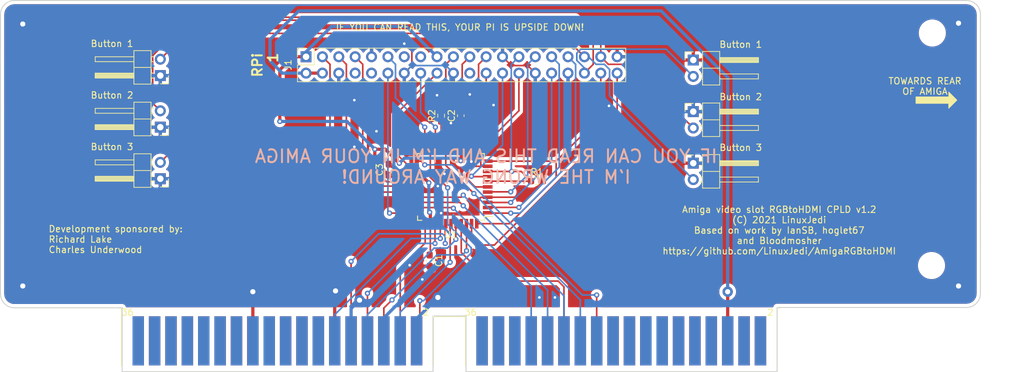
<source format=kicad_pcb>
(kicad_pcb (version 20171130) (host pcbnew 5.1.9-2.fc34)
  (layers (0 F.Cu signal) (31 B.Cu signal) (34 B.Paste user) (35 F.Paste user) (36 B.SilkS user) (37 F.SilkS user) (38 B.Mask user) (39 F.Mask user) (44 Edge.Cuts user))
  (net 0 "")
  (net 1 GND)
  (net 2 +3V3)
  (net 3 /B0)
  (net 4 /R3)
  (net 5 /R2)
  (net 6 /R1)
  (net 7 /R0)
  (net 8 /G3)
  (net 9 /G2)
  (net 10 /G1)
  (net 11 /G0)
  (net 12 /B3)
  (net 13 /B2)
  (net 14 /B1)
  (net 15 "Net-(JVideoSlot1-Pad1)")
  (net 16 "Net-(JVideoSlot1-Pad3)")
  (net 17 "Net-(JVideoSlot1-Pad5)")
  (net 18 "Net-(JVideoSlot1-Pad7)")
  (net 19 "Net-(JVideoSlot1-Pad9)")
  (net 20 "Net-(JVideoSlot1-Pad11)")
  (net 21 "Net-(JVideoSlot1-Pad13)")
  (net 22 "Net-(JVideoSlot1-Pad15)")
  (net 23 "Net-(JVideoSlot1-Pad17)")
  (net 24 "Net-(JVideoSlot1-Pad19)")
  (net 25 "Net-(JVideoSlot1-Pad21)")
  (net 26 "Net-(JVideoSlot1-Pad31)")
  (net 27 "Net-(JVideoSlot1-Pad33)")
  (net 28 "Net-(JVideoSlot1-Pad35)")
  (net 29 "Net-(JVideoSlot1-Pad2)")
  (net 30 "Net-(JVideoSlot1-Pad4)")
  (net 31 "Net-(JVideoSlot1-Pad8)")
  (net 32 "Net-(JVideoSlot1-Pad10)")
  (net 33 "Net-(JVideoSlot1-Pad12)")
  (net 34 "Net-(JVideoSlot1-Pad16)")
  (net 35 "Net-(JVideoSlot1-Pad18)")
  (net 36 "Net-(JVideoSlot1-Pad20)")
  (net 37 "Net-(JVideoSlot1-Pad24)")
  (net 38 "Net-(JVideoSlot1-Pad28)")
  (net 39 "Net-(JVideoSlot1-Pad30)")
  (net 40 "Net-(JVideoSlot1-Pad32)")
  (net 41 "Net-(JVideoSlot1-Pad36)")
  (net 42 "Net-(JVideoSlot1-Pad49)")
  (net 43 "Net-(JVideoSlot1-Pad55)")
  (net 44 "Net-(JVideoSlot1-Pad57)")
  (net 45 "Net-(JVideoSlot1-Pad59)")
  (net 46 "Net-(JVideoSlot1-Pad61)")
  (net 47 "Net-(JVideoSlot1-Pad63)")
  (net 48 "Net-(JVideoSlot1-Pad65)")
  (net 49 "Net-(JVideoSlot1-Pad67)")
  (net 50 "Net-(JVideoSlot1-Pad69)")
  (net 51 "Net-(JVideoSlot1-Pad71)")
  (net 52 "Net-(JVideoSlot1-Pad50)")
  (net 53 "Net-(JVideoSlot1-Pad52)")
  (net 54 "Net-(JVideoSlot1-Pad54)")
  (net 55 "Net-(JVideoSlot1-Pad56)")
  (net 56 "Net-(JVideoSlot1-Pad60)")
  (net 57 "Net-(JVideoSlot1-Pad62)")
  (net 58 "Net-(JVideoSlot1-Pad64)")
  (net 59 "Net-(JVideoSlot1-Pad66)")
  (net 60 "Net-(JVideoSlot1-Pad68)")
  (net 61 "Net-(JVideoSlot1-Pad70)")
  (net 62 "Net-(JVideoSlot1-Pad72)")
  (net 63 /GPIO21)
  (net 64 /GPIO20)
  (net 65 /GPIO26)
  (net 66 /GPIO16)
  (net 67 /GPIO19)
  (net 68 /GPIO13)
  (net 69 /GPIO12)
  (net 70 /GPIO6)
  (net 71 /GPIO5)
  (net 72 /CLKEN)
  (net 73 /GPIO0)
  (net 74 /GPIO7)
  (net 75 /GPIO8)
  (net 76 /GPIO11)
  (net 77 /GPIO25)
  (net 78 /GPIO9)
  (net 79 /GPIO10)
  (net 80 /GPIO24)
  (net 81 /GPIO23)
  (net 82 /GPIO22)
  (net 83 /GPIO27)
  (net 84 /GPIO18)
  (net 85 /GPIO17)
  (net 86 /GPIO15)
  (net 87 /GPIO14)
  (net 88 /GPIO4)
  (net 89 /GPIO3)
  (net 90 VCC)
  (net 91 /GPIO2)
  (net 92 "Net-(JVideoSlot1-Pad14)")
  (net 93 /HSYNC)
  (net 94 /VSYNC)
  (net 95 "Net-(JVideoSlot1-Pad34)")
  (net 96 "Net-(JVideoSlot1-Pad51)")
  (net 97 "Net-(JVideoSlot1-Pad53)")
  (net 98 /DETECT)
  (module Connector_PinHeader_2.54mm:PinHeader_1x02_P2.54mm_Horizontal (layer F.Cu) (at 199.136 76.708)
    (fp_text reference JButton6 hide)
    (fp_text value Conn_01x02)
    (pad 2 thru_hole oval (at 0 2.54) (size 1.7 1.7) (drill 1) (layers *.Cu *.Mask) (net 65 /GPIO26))
    (pad 1 thru_hole rect (at 0 0) (size 1.7 1.7) (drill 1) (layers *.Cu *.Mask) (net 1 GND))
  )
  (module Connector_PinHeader_2.54mm:PinHeader_1x02_P2.54mm_Horizontal (layer F.Cu) (at 116.459 79.121 180)
    (fp_text reference JButton5 hide)
    (fp_text value Conn_01x02)
    (pad 2 thru_hole oval (at 0 2.54 180) (size 1.7 1.7) (drill 1) (layers *.Cu *.Mask) (net 65 /GPIO26))
    (pad 1 thru_hole rect (at 0 0 180) (size 1.7 1.7) (drill 1) (layers *.Cu *.Mask) (net 1 GND))
  )
  (module Connector_PinHeader_2.54mm:PinHeader_1x02_P2.54mm_Horizontal (layer F.Cu) (at 199.136 84.709)
    (fp_text reference JButton4 hide)
    (fp_text value Conn_01x02)
    (pad 2 thru_hole oval (at 0 2.54) (size 1.7 1.7) (drill 1) (layers *.Cu *.Mask) (net 67 /GPIO19))
    (pad 1 thru_hole rect (at 0 0) (size 1.7 1.7) (drill 1) (layers *.Cu *.Mask) (net 1 GND))
  )
  (module Connector_PinHeader_2.54mm:PinHeader_1x02_P2.54mm_Horizontal (layer F.Cu) (at 116.459 87.122 180)
    (fp_text reference JButton3 hide)
    (fp_text value Conn_01x02)
    (pad 2 thru_hole oval (at 0 2.54 180) (size 1.7 1.7) (drill 1) (layers *.Cu *.Mask) (net 67 /GPIO19))
    (pad 1 thru_hole rect (at 0 0 180) (size 1.7 1.7) (drill 1) (layers *.Cu *.Mask) (net 1 GND))
  )
  (module Capacitor_SMD:C_0603_1608Metric_Pad1.08x0.95mm_HandSolder (layer F.Cu) (at 151.892 85.725 90)
    (fp_text reference C3 (at 0 -1.43 90) (layer F.SilkS))
    (fp_text value 0.1uF)
    (pad 2 smd roundrect (at 0.8625 0 90) (size 1.075 0.95) (layers F.Cu F.Paste F.Mask) (net 1 GND))
    (pad 1 smd roundrect (at -0.8625 0 90) (size 1.075 0.95) (layers F.Cu F.Paste F.Mask) (net 2 +3V3))
  )
  (module Package_QFP:TQFP-44_10x10mm_P0.8mm (layer F.Cu) (at 161.544 88.392 180)
    (fp_text reference U1 (at 0 -7.45) (layer F.SilkS))
    (fp_text value XC9572VQ44)
    (pad 44 smd rect (at -4 -5.7 270) (size 1.5 0.55) (layers F.Cu F.Paste F.Mask) (net 64 /GPIO20))
    (pad 43 smd rect (at -3.2 -5.7 270) (size 1.5 0.55) (layers F.Cu F.Paste F.Mask) (net 63 /GPIO21))
    (pad 42 smd rect (at -2.4 -5.7 270) (size 1.5 0.55) (layers F.Cu F.Paste F.Mask) (net 11 /G0))
    (pad 41 smd rect (at -1.6 -5.7 270) (size 1.5 0.55) (layers F.Cu F.Paste F.Mask) (net 94 /VSYNC))
    (pad 40 smd rect (at -0.8 -5.7 270) (size 1.5 0.55) (layers F.Cu F.Paste F.Mask) (net 10 /G1))
    (pad 39 smd rect (at 0 -5.7 270) (size 1.5 0.55) (layers F.Cu F.Paste F.Mask) (net 6 /R1))
    (pad 38 smd rect (at 0.8 -5.7 270) (size 1.5 0.55) (layers F.Cu F.Paste F.Mask) (net 14 /B1))
    (pad 37 smd rect (at 1.6 -5.7 270) (size 1.5 0.55) (layers F.Cu F.Paste F.Mask) (net 13 /B2))
    (pad 36 smd rect (at 2.4 -5.7 270) (size 1.5 0.55) (layers F.Cu F.Paste F.Mask) (net 9 /G2))
    (pad 35 smd rect (at 3.2 -5.7 270) (size 1.5 0.55) (layers F.Cu F.Paste F.Mask) (net 2 +3V3))
    (pad 34 smd rect (at 4 -5.7 270) (size 1.5 0.55) (layers F.Cu F.Paste F.Mask) (net 5 /R2))
    (pad 33 smd rect (at 5.7 -4 180) (size 1.5 0.55) (layers F.Cu F.Paste F.Mask) (net 84 /GPIO18))
    (pad 32 smd rect (at 5.7 -3.2 180) (size 1.5 0.55) (layers F.Cu F.Paste F.Mask) (net 4 /R3))
    (pad 31 smd rect (at 5.7 -2.4 180) (size 1.5 0.55) (layers F.Cu F.Paste F.Mask) (net 8 /G3))
    (pad 30 smd rect (at 5.7 -1.6 180) (size 1.5 0.55) (layers F.Cu F.Paste F.Mask) (net 12 /B3))
    (pad 29 smd rect (at 5.7 -0.8 180) (size 1.5 0.55) (layers F.Cu F.Paste F.Mask) (net 91 /GPIO2))
    (pad 28 smd rect (at 5.7 0 180) (size 1.5 0.55) (layers F.Cu F.Paste F.Mask) (net 89 /GPIO3))
    (pad 27 smd rect (at 5.7 0.8 180) (size 1.5 0.55) (layers F.Cu F.Paste F.Mask) (net 88 /GPIO4))
    (pad 26 smd rect (at 5.7 1.6 180) (size 1.5 0.55) (layers F.Cu F.Paste F.Mask) (net 2 +3V3))
    (pad 25 smd rect (at 5.7 2.4 180) (size 1.5 0.55) (layers F.Cu F.Paste F.Mask) (net 1 GND))
    (pad 24 smd rect (at 5.7 3.2 180) (size 1.5 0.55) (layers F.Cu F.Paste F.Mask) (net 80 /GPIO24))
    (pad 23 smd rect (at 5.7 4 180) (size 1.5 0.55) (layers F.Cu F.Paste F.Mask) (net 93 /HSYNC))
    (pad 22 smd rect (at 4 5.7 270) (size 1.5 0.55) (layers F.Cu F.Paste F.Mask) (net 85 /GPIO17))
    (pad 21 smd rect (at 3.2 5.7 270) (size 1.5 0.55) (layers F.Cu F.Paste F.Mask) (net 7 /R0))
    (pad 20 smd rect (at 2.4 5.7 270) (size 1.5 0.55) (layers F.Cu F.Paste F.Mask) (net 81 /GPIO23))
    (pad 19 smd rect (at 1.6 5.7 270) (size 1.5 0.55) (layers F.Cu F.Paste F.Mask) (net 98 /DETECT))
    (pad 18 smd rect (at 0.8 5.7 270) (size 1.5 0.55) (layers F.Cu F.Paste F.Mask) (net 3 /B0))
    (pad 17 smd rect (at 0 5.7 270) (size 1.5 0.55) (layers F.Cu F.Paste F.Mask) (net 1 GND))
    (pad 16 smd rect (at -0.8 5.7 270) (size 1.5 0.55) (layers F.Cu F.Paste F.Mask) (net 79 /GPIO10))
    (pad 15 smd rect (at -1.6 5.7 270) (size 1.5 0.55) (layers F.Cu F.Paste F.Mask) (net 2 +3V3))
    (pad 14 smd rect (at -2.4 5.7 270) (size 1.5 0.55) (layers F.Cu F.Paste F.Mask) (net 78 /GPIO9))
    (pad 13 smd rect (at -3.2 5.7 270) (size 1.5 0.55) (layers F.Cu F.Paste F.Mask) (net 76 /GPIO11))
    (pad 12 smd rect (at -4 5.7 270) (size 1.5 0.55) (layers F.Cu F.Paste F.Mask) (net 75 /GPIO8))
    (pad 11 smd rect (at -5.7 4 180) (size 1.5 0.55) (layers F.Cu F.Paste F.Mask) (net 64 /GPIO20))
    (pad 10 smd rect (at -5.7 3.2 180) (size 1.5 0.55) (layers F.Cu F.Paste F.Mask) (net 72 /CLKEN))
    (pad 9 smd rect (at -5.7 2.4 180) (size 1.5 0.55) (layers F.Cu F.Paste F.Mask) (net 73 /GPIO0))
    (pad 8 smd rect (at -5.7 1.6 180) (size 1.5 0.55) (layers F.Cu F.Paste F.Mask) (net 74 /GPIO7))
    (pad 7 smd rect (at -5.7 0.8 180) (size 1.5 0.55) (layers F.Cu F.Paste F.Mask) (net 73 /GPIO0))
    (pad 6 smd rect (at -5.7 0 180) (size 1.5 0.55) (layers F.Cu F.Paste F.Mask) (net 72 /CLKEN))
    (pad 5 smd rect (at -5.7 -0.8 180) (size 1.5 0.55) (layers F.Cu F.Paste F.Mask) (net 71 /GPIO5))
    (pad 4 smd rect (at -5.7 -1.6 180) (size 1.5 0.55) (layers F.Cu F.Paste F.Mask) (net 1 GND))
    (pad 3 smd rect (at -5.7 -2.4 180) (size 1.5 0.55) (layers F.Cu F.Paste F.Mask) (net 69 /GPIO12))
    (pad 2 smd rect (at -5.7 -3.2 180) (size 1.5 0.55) (layers F.Cu F.Paste F.Mask) (net 70 /GPIO6))
    (pad 1 smd rect (at -5.7 -4 180) (size 1.5 0.55) (layers F.Cu F.Paste F.Mask) (net 68 /GPIO13))
  )
  (module Resistor_SMD:R_0603_1608Metric_Pad0.98x0.95mm_HandSolder (layer F.Cu) (at 160.02 77.343 90)
    (fp_text reference R2 (at 0 -1.43 90) (layer F.SilkS))
    (fp_text value 4.7K)
    (pad 2 smd roundrect (at 0.9125 0 90) (size 0.975 0.95) (layers F.Cu F.Paste F.Mask) (net 1 GND))
    (pad 1 smd roundrect (at -0.9125 0 90) (size 0.975 0.95) (layers F.Cu F.Paste F.Mask) (net 98 /DETECT))
  )
  (module Resistor_SMD:R_0603_1608Metric_Pad0.98x0.95mm_HandSolder (layer F.Cu) (at 174.879 87.503)
    (fp_text reference R1 (at 0 -1.43) (layer F.SilkS))
    (fp_text value 1K)
    (pad 2 smd roundrect (at 0.9125 0) (size 0.975 0.95) (layers F.Cu F.Paste F.Mask) (net 1 GND))
    (pad 1 smd roundrect (at -0.9125 0) (size 0.975 0.95) (layers F.Cu F.Paste F.Mask) (net 73 /GPIO0))
  )
  (module Connector_PinSocket_2.54mm:PinSocket_2x20_P2.54mm_Vertical (layer F.Cu) (at 139.065 68.199 90)
    (fp_text reference J1 (at -1.27 -2.77 90) (layer F.SilkS))
    (fp_text value Raspberry_Pi_2_3)
    (pad 40 thru_hole oval (at -2.54 48.26 90) (size 1.7 1.7) (drill 1) (layers *.Cu *.Mask) (net 63 /GPIO21))
    (pad 39 thru_hole oval (at 0 48.26 90) (size 1.7 1.7) (drill 1) (layers *.Cu *.Mask) (net 1 GND))
    (pad 38 thru_hole oval (at -2.54 45.72 90) (size 1.7 1.7) (drill 1) (layers *.Cu *.Mask) (net 64 /GPIO20))
    (pad 37 thru_hole oval (at 0 45.72 90) (size 1.7 1.7) (drill 1) (layers *.Cu *.Mask) (net 65 /GPIO26))
    (pad 36 thru_hole oval (at -2.54 43.18 90) (size 1.7 1.7) (drill 1) (layers *.Cu *.Mask) (net 66 /GPIO16))
    (pad 35 thru_hole oval (at 0 43.18 90) (size 1.7 1.7) (drill 1) (layers *.Cu *.Mask) (net 67 /GPIO19))
    (pad 34 thru_hole oval (at -2.54 40.64 90) (size 1.7 1.7) (drill 1) (layers *.Cu *.Mask) (net 1 GND))
    (pad 33 thru_hole oval (at 0 40.64 90) (size 1.7 1.7) (drill 1) (layers *.Cu *.Mask) (net 68 /GPIO13))
    (pad 32 thru_hole oval (at -2.54 38.1 90) (size 1.7 1.7) (drill 1) (layers *.Cu *.Mask) (net 69 /GPIO12))
    (pad 31 thru_hole oval (at 0 38.1 90) (size 1.7 1.7) (drill 1) (layers *.Cu *.Mask) (net 70 /GPIO6))
    (pad 30 thru_hole oval (at -2.54 35.56 90) (size 1.7 1.7) (drill 1) (layers *.Cu *.Mask) (net 1 GND))
    (pad 29 thru_hole oval (at 0 35.56 90) (size 1.7 1.7) (drill 1) (layers *.Cu *.Mask) (net 71 /GPIO5))
    (pad 28 thru_hole oval (at -2.54 33.02 90) (size 1.7 1.7) (drill 1) (layers *.Cu *.Mask) (net 72 /CLKEN))
    (pad 27 thru_hole oval (at 0 33.02 90) (size 1.7 1.7) (drill 1) (layers *.Cu *.Mask) (net 73 /GPIO0))
    (pad 26 thru_hole oval (at -2.54 30.48 90) (size 1.7 1.7) (drill 1) (layers *.Cu *.Mask) (net 74 /GPIO7))
    (pad 25 thru_hole oval (at 0 30.48 90) (size 1.7 1.7) (drill 1) (layers *.Cu *.Mask) (net 1 GND))
    (pad 24 thru_hole oval (at -2.54 27.94 90) (size 1.7 1.7) (drill 1) (layers *.Cu *.Mask) (net 75 /GPIO8))
    (pad 23 thru_hole oval (at 0 27.94 90) (size 1.7 1.7) (drill 1) (layers *.Cu *.Mask) (net 76 /GPIO11))
    (pad 22 thru_hole oval (at -2.54 25.4 90) (size 1.7 1.7) (drill 1) (layers *.Cu *.Mask) (net 77 /GPIO25))
    (pad 21 thru_hole oval (at 0 25.4 90) (size 1.7 1.7) (drill 1) (layers *.Cu *.Mask) (net 78 /GPIO9))
    (pad 20 thru_hole oval (at -2.54 22.86 90) (size 1.7 1.7) (drill 1) (layers *.Cu *.Mask) (net 1 GND))
    (pad 19 thru_hole oval (at 0 22.86 90) (size 1.7 1.7) (drill 1) (layers *.Cu *.Mask) (net 79 /GPIO10))
    (pad 18 thru_hole oval (at -2.54 20.32 90) (size 1.7 1.7) (drill 1) (layers *.Cu *.Mask) (net 80 /GPIO24))
    (pad 17 thru_hole oval (at 0 20.32 90) (size 1.7 1.7) (drill 1) (layers *.Cu *.Mask) (net 2 +3V3))
    (pad 16 thru_hole oval (at -2.54 17.78 90) (size 1.7 1.7) (drill 1) (layers *.Cu *.Mask) (net 81 /GPIO23))
    (pad 15 thru_hole oval (at 0 17.78 90) (size 1.7 1.7) (drill 1) (layers *.Cu *.Mask) (net 82 /GPIO22))
    (pad 14 thru_hole oval (at -2.54 15.24 90) (size 1.7 1.7) (drill 1) (layers *.Cu *.Mask) (net 1 GND))
    (pad 13 thru_hole oval (at 0 15.24 90) (size 1.7 1.7) (drill 1) (layers *.Cu *.Mask) (net 83 /GPIO27))
    (pad 12 thru_hole oval (at -2.54 12.7 90) (size 1.7 1.7) (drill 1) (layers *.Cu *.Mask) (net 84 /GPIO18))
    (pad 11 thru_hole oval (at 0 12.7 90) (size 1.7 1.7) (drill 1) (layers *.Cu *.Mask) (net 85 /GPIO17))
    (pad 10 thru_hole oval (at -2.54 10.16 90) (size 1.7 1.7) (drill 1) (layers *.Cu *.Mask) (net 86 /GPIO15))
    (pad 9 thru_hole oval (at 0 10.16 90) (size 1.7 1.7) (drill 1) (layers *.Cu *.Mask) (net 1 GND))
    (pad 8 thru_hole oval (at -2.54 7.62 90) (size 1.7 1.7) (drill 1) (layers *.Cu *.Mask) (net 87 /GPIO14))
    (pad 7 thru_hole oval (at 0 7.62 90) (size 1.7 1.7) (drill 1) (layers *.Cu *.Mask) (net 88 /GPIO4))
    (pad 6 thru_hole oval (at -2.54 5.08 90) (size 1.7 1.7) (drill 1) (layers *.Cu *.Mask) (net 1 GND))
    (pad 5 thru_hole oval (at 0 5.08 90) (size 1.7 1.7) (drill 1) (layers *.Cu *.Mask) (net 89 /GPIO3))
    (pad 4 thru_hole oval (at -2.54 2.54 90) (size 1.7 1.7) (drill 1) (layers *.Cu *.Mask) (net 90 VCC))
    (pad 3 thru_hole oval (at 0 2.54 90) (size 1.7 1.7) (drill 1) (layers *.Cu *.Mask) (net 91 /GPIO2))
    (pad 2 thru_hole oval (at -2.54 0 90) (size 1.7 1.7) (drill 1) (layers *.Cu *.Mask) (net 90 VCC))
    (pad 1 thru_hole rect (at 0 0 90) (size 1.7 1.7) (drill 1) (layers *.Cu *.Mask) (net 2 +3V3))
  )
  (module MountingHole:MountingHole_3.2mm_M3 (layer F.Cu) (at 236.093 100.584)
    (fp_text reference H2 hide)
    (fp_text value MountingHole)
    (pad 1 np_thru_hole circle (at 0 0) (size 3.2 3.2) (drill 3.2) (layers *.Cu *.Mask))
  )
  (module MountingHole:MountingHole_3.2mm_M3 (layer F.Cu) (at 236.22 64.516)
    (fp_text reference H1 hide)
    (fp_text value MountingHole)
    (pad 1 np_thru_hole circle (at 0 0) (size 3.2 3.2) (drill 3.2) (layers *.Cu *.Mask))
  )
  (module Capacitor_SMD:C_0603_1608Metric_Pad1.08x0.95mm_HandSolder (layer F.Cu) (at 163.068 77.343 90)
    (fp_text reference C2 (at 0 -1.43 90) (layer F.SilkS))
    (fp_text value 0.1uF)
    (pad 2 smd roundrect (at 0.8625 0 90) (size 1.075 0.95) (layers F.Cu F.Paste F.Mask) (net 1 GND))
    (pad 1 smd roundrect (at -0.8625 0 90) (size 1.075 0.95) (layers F.Cu F.Paste F.Mask) (net 2 +3V3))
  )
  (module Capacitor_SMD:C_0603_1608Metric_Pad1.08x0.95mm_HandSolder (layer F.Cu) (at 158.242 99.822 270)
    (fp_text reference C1 (at 0 -1.43 90) (layer F.SilkS))
    (fp_text value 0.1uF)
    (pad 2 smd roundrect (at 0.8625 0 270) (size 1.075 0.95) (layers F.Cu F.Paste F.Mask) (net 1 GND))
    (pad 1 smd roundrect (at -0.8625 0 270) (size 1.075 0.95) (layers F.Cu F.Paste F.Mask) (net 2 +3V3))
  )
  (module amiga-conn:A2000_Video_Slot (layer F.Cu) (at 212.344 116.332)
    (fp_text reference JVideoSlot1 hide)
    (fp_text value A2000_Video_Slot_Phys)
    (fp_text user 36 (at -47.75 -8.475) (layer F.SilkS))
    (fp_text user 2 (at -1.25 -8.47) (layer F.SilkS))
    (fp_text user 2 (at -54.7 -8.475) (layer F.SilkS))
    (fp_text user 36 (at -100.975 -8.475) (layer F.SilkS))
    (pad 1 connect rect (at -2.79 -4.06) (size 1.78 7.62) (layers B.Cu B.Mask) (net 15 "Net-(JVideoSlot1-Pad1)"))
    (pad 3 connect rect (at -5.33 -4.06) (size 1.78 7.62) (layers B.Cu B.Mask) (net 16 "Net-(JVideoSlot1-Pad3)"))
    (pad 5 connect rect (at -7.87 -4.06) (size 1.78 7.62) (layers B.Cu B.Mask) (net 17 "Net-(JVideoSlot1-Pad5)"))
    (pad 7 connect rect (at -10.41 -4.06) (size 1.78 7.62) (layers B.Cu B.Mask) (net 18 "Net-(JVideoSlot1-Pad7)"))
    (pad 9 connect rect (at -12.95 -4.06) (size 1.78 7.62) (layers B.Cu B.Mask) (net 19 "Net-(JVideoSlot1-Pad9)"))
    (pad 11 connect rect (at -15.49 -4.06) (size 1.78 7.62) (layers B.Cu B.Mask) (net 20 "Net-(JVideoSlot1-Pad11)"))
    (pad 13 connect rect (at -18.03 -4.06) (size 1.78 7.62) (layers B.Cu B.Mask) (net 21 "Net-(JVideoSlot1-Pad13)"))
    (pad 15 connect rect (at -20.57 -4.06) (size 1.78 7.62) (layers B.Cu B.Mask) (net 22 "Net-(JVideoSlot1-Pad15)"))
    (pad 17 connect rect (at -23.11 -4.06) (size 1.78 7.62) (layers B.Cu B.Mask) (net 23 "Net-(JVideoSlot1-Pad17)"))
    (pad 19 connect rect (at -25.65 -4.06) (size 1.78 7.62) (layers B.Cu B.Mask) (net 24 "Net-(JVideoSlot1-Pad19)"))
    (pad 21 connect rect (at -28.19 -4.06) (size 1.78 7.62) (layers B.Cu B.Mask) (net 25 "Net-(JVideoSlot1-Pad21)"))
    (pad 23 connect rect (at -30.73 -4.06) (size 1.78 7.62) (layers B.Cu B.Mask) (net 3 /B0))
    (pad 25 connect rect (at -33.27 -4.06) (size 1.78 7.62) (layers B.Cu B.Mask) (net 12 /B3))
    (pad 27 connect rect (at -35.81 -4.06) (size 1.78 7.62) (layers B.Cu B.Mask) (net 8 /G3))
    (pad 29 connect rect (at -38.35 -4.06) (size 1.78 7.62) (layers B.Cu B.Mask) (net 4 /R3))
    (pad 31 connect rect (at -40.89 -4.06) (size 1.78 7.62) (layers B.Cu B.Mask) (net 26 "Net-(JVideoSlot1-Pad31)"))
    (pad 33 connect rect (at -43.43 -4.06) (size 1.78 7.62) (layers B.Cu B.Mask) (net 27 "Net-(JVideoSlot1-Pad33)"))
    (pad 35 connect rect (at -45.97 -4.06) (size 1.78 7.62) (layers B.Cu B.Mask) (net 28 "Net-(JVideoSlot1-Pad35)"))
    (pad 2 connect rect (at -2.79 -4.06) (size 1.78 7.62) (layers F.Cu F.Mask) (net 29 "Net-(JVideoSlot1-Pad2)"))
    (pad 4 connect rect (at -5.33 -4.06) (size 1.78 7.62) (layers F.Cu F.Mask) (net 30 "Net-(JVideoSlot1-Pad4)"))
    (pad 6 connect rect (at -7.87 -4.06) (size 1.78 7.62) (layers F.Cu F.Mask) (net 90 VCC))
    (pad 8 connect rect (at -10.41 -4.06) (size 1.78 7.62) (layers F.Cu F.Mask) (net 31 "Net-(JVideoSlot1-Pad8)"))
    (pad 10 connect rect (at -12.95 -4.06) (size 1.78 7.62) (layers F.Cu F.Mask) (net 32 "Net-(JVideoSlot1-Pad10)"))
    (pad 12 connect rect (at -15.49 -4.06) (size 1.78 7.62) (layers F.Cu F.Mask) (net 33 "Net-(JVideoSlot1-Pad12)"))
    (pad 14 connect rect (at -18.03 -4.06) (size 1.78 7.62) (layers F.Cu F.Mask) (net 92 "Net-(JVideoSlot1-Pad14)"))
    (pad 16 connect rect (at -20.57 -4.06) (size 1.78 7.62) (layers F.Cu F.Mask) (net 34 "Net-(JVideoSlot1-Pad16)"))
    (pad 18 connect rect (at -23.11 -4.06) (size 1.78 7.62) (layers F.Cu F.Mask) (net 35 "Net-(JVideoSlot1-Pad18)"))
    (pad 20 connect rect (at -25.65 -4.06) (size 1.78 7.62) (layers F.Cu F.Mask) (net 36 "Net-(JVideoSlot1-Pad20)"))
    (pad 22 connect rect (at -28.19 -4.06) (size 1.78 7.62) (layers F.Cu F.Mask) (net 93 /HSYNC))
    (pad 24 connect rect (at -30.73 -4.06) (size 1.78 7.62) (layers F.Cu F.Mask) (net 37 "Net-(JVideoSlot1-Pad24)"))
    (pad 26 connect rect (at -33.27 -4.06) (size 1.78 7.62) (layers F.Cu F.Mask) (net 94 /VSYNC))
    (pad 28 connect rect (at -35.81 -4.06) (size 1.78 7.62) (layers F.Cu F.Mask) (net 38 "Net-(JVideoSlot1-Pad28)"))
    (pad 30 connect rect (at -38.35 -4.06) (size 1.78 7.62) (layers F.Cu F.Mask) (net 39 "Net-(JVideoSlot1-Pad30)"))
    (pad 32 connect rect (at -40.89 -4.06) (size 1.78 7.62) (layers F.Cu F.Mask) (net 40 "Net-(JVideoSlot1-Pad32)"))
    (pad 34 connect rect (at -43.43 -4.06) (size 1.78 7.62) (layers F.Cu F.Mask) (net 95 "Net-(JVideoSlot1-Pad34)"))
    (pad 36 connect rect (at -45.97 -4.06) (size 1.78 7.62) (layers F.Cu F.Mask) (net 41 "Net-(JVideoSlot1-Pad36)"))
    (pad 37 connect rect (at -56.13 -4.06) (size 1.78 7.62) (layers B.Cu B.Mask) (net 1 GND))
    (pad 39 connect rect (at -58.67 -4.06) (size 1.78 7.62) (layers B.Cu B.Mask) (net 6 /R1))
    (pad 41 connect rect (at -61.21 -4.06) (size 1.78 7.62) (layers B.Cu B.Mask) (net 1 GND))
    (pad 43 connect rect (at -63.75 -4.06) (size 1.78 7.62) (layers B.Cu B.Mask) (net 10 /G1))
    (pad 45 connect rect (at -66.29 -4.06) (size 1.78 7.62) (layers B.Cu B.Mask) (net 1 GND))
    (pad 47 connect rect (at -68.83 -4.06) (size 1.78 7.62) (layers B.Cu B.Mask) (net 13 /B2))
    (pad 49 connect rect (at -71.37 -4.06) (size 1.78 7.62) (layers B.Cu B.Mask) (net 42 "Net-(JVideoSlot1-Pad49)"))
    (pad 51 connect rect (at -73.91 -4.06) (size 1.78 7.62) (layers B.Cu B.Mask) (net 96 "Net-(JVideoSlot1-Pad51)"))
    (pad 53 connect rect (at -76.45 -4.06) (size 1.78 7.62) (layers B.Cu B.Mask) (net 97 "Net-(JVideoSlot1-Pad53)"))
    (pad 55 connect rect (at -78.99 -4.06) (size 1.78 7.62) (layers B.Cu B.Mask) (net 43 "Net-(JVideoSlot1-Pad55)"))
    (pad 57 connect rect (at -81.53 -4.06) (size 1.78 7.62) (layers B.Cu B.Mask) (net 44 "Net-(JVideoSlot1-Pad57)"))
    (pad 59 connect rect (at -84.07 -4.06) (size 1.78 7.62) (layers B.Cu B.Mask) (net 45 "Net-(JVideoSlot1-Pad59)"))
    (pad 61 connect rect (at -86.61 -4.06) (size 1.78 7.62) (layers B.Cu B.Mask) (net 46 "Net-(JVideoSlot1-Pad61)"))
    (pad 63 connect rect (at -89.15 -4.06) (size 1.78 7.62) (layers B.Cu B.Mask) (net 47 "Net-(JVideoSlot1-Pad63)"))
    (pad 65 connect rect (at -91.69 -4.06) (size 1.78 7.62) (layers B.Cu B.Mask) (net 48 "Net-(JVideoSlot1-Pad65)"))
    (pad 67 connect rect (at -94.23 -4.06) (size 1.78 7.62) (layers B.Cu B.Mask) (net 49 "Net-(JVideoSlot1-Pad67)"))
    (pad 69 connect rect (at -96.77 -4.06) (size 1.78 7.62) (layers B.Cu B.Mask) (net 50 "Net-(JVideoSlot1-Pad69)"))
    (pad 71 connect rect (at -99.31 -4.06) (size 1.78 7.62) (layers B.Cu B.Mask) (net 51 "Net-(JVideoSlot1-Pad71)"))
    (pad 38 connect rect (at -56.13 -4.06) (size 1.78 7.62) (layers F.Cu F.Mask) (net 7 /R0))
    (pad 40 connect rect (at -58.67 -4.06) (size 1.78 7.62) (layers F.Cu F.Mask) (net 5 /R2))
    (pad 42 connect rect (at -61.21 -4.06) (size 1.78 7.62) (layers F.Cu F.Mask) (net 11 /G0))
    (pad 44 connect rect (at -63.75 -4.06) (size 1.78 7.62) (layers F.Cu F.Mask) (net 9 /G2))
    (pad 46 connect rect (at -66.29 -4.06) (size 1.78 7.62) (layers F.Cu F.Mask) (net 14 /B1))
    (pad 48 connect rect (at -68.83 -4.06) (size 1.78 7.62) (layers F.Cu F.Mask) (net 1 GND))
    (pad 50 connect rect (at -71.37 -4.06) (size 1.78 7.62) (layers F.Cu F.Mask) (net 52 "Net-(JVideoSlot1-Pad50)"))
    (pad 52 connect rect (at -73.91 -4.06) (size 1.78 7.62) (layers F.Cu F.Mask) (net 53 "Net-(JVideoSlot1-Pad52)"))
    (pad 54 connect rect (at -76.45 -4.06) (size 1.78 7.62) (layers F.Cu F.Mask) (net 54 "Net-(JVideoSlot1-Pad54)"))
    (pad 56 connect rect (at -78.99 -4.06) (size 1.78 7.62) (layers F.Cu F.Mask) (net 55 "Net-(JVideoSlot1-Pad56)"))
    (pad 58 connect rect (at -81.53 -4.06) (size 1.78 7.62) (layers F.Cu F.Mask) (net 1 GND))
    (pad 60 connect rect (at -84.07 -4.06) (size 1.78 7.62) (layers F.Cu F.Mask) (net 56 "Net-(JVideoSlot1-Pad60)"))
    (pad 62 connect rect (at -86.61 -4.06) (size 1.78 7.62) (layers F.Cu F.Mask) (net 57 "Net-(JVideoSlot1-Pad62)"))
    (pad 64 connect rect (at -89.15 -4.06) (size 1.78 7.62) (layers F.Cu F.Mask) (net 58 "Net-(JVideoSlot1-Pad64)"))
    (pad 66 connect rect (at -91.69 -4.06) (size 1.78 7.62) (layers F.Cu F.Mask) (net 59 "Net-(JVideoSlot1-Pad66)"))
    (pad 68 connect rect (at -94.23 -4.06) (size 1.78 7.62) (layers F.Cu F.Mask) (net 60 "Net-(JVideoSlot1-Pad68)"))
    (pad 70 connect rect (at -96.77 -4.06) (size 1.78 7.62) (layers F.Cu F.Mask) (net 61 "Net-(JVideoSlot1-Pad70)"))
    (pad 72 connect rect (at -99.31 -4.06) (size 1.78 7.62) (layers F.Cu F.Mask) (net 62 "Net-(JVideoSlot1-Pad72)"))
  )
  (module Connector_PinHeader_2.54mm:PinHeader_1x02_P2.54mm_Horizontal (layer F.Cu) (at 199.136 68.707)
    (fp_text reference JButton1 hide)
    (fp_text value Conn_01x02)
    (pad 2 thru_hole oval (at 0 2.54) (size 1.7 1.7) (drill 1) (layers *.Cu *.Mask) (net 66 /GPIO16))
    (pad 1 thru_hole rect (at 0 0) (size 1.7 1.7) (drill 1) (layers *.Cu *.Mask) (net 1 GND))
  )
  (module Connector_PinHeader_2.54mm:PinHeader_1x02_P2.54mm_Horizontal (layer F.Cu) (at 116.459 71.12 180)
    (fp_text reference JButton2 hide)
    (fp_text value Conn_01x02)
    (pad 1 thru_hole rect (at 0 0 180) (size 1.7 1.7) (drill 1) (layers *.Cu *.Mask) (net 1 GND))
    (pad 2 thru_hole oval (at 0 2.54 180) (size 1.7 1.7) (drill 1) (layers *.Cu *.Mask) (net 66 /GPIO16))
  )
  (gr_text "Development sponsored by:\nRichard Lake\nCharles Underwood" (at 99.06 96.52) (layer F.SilkS) (effects (font (size 1 1)) (justify left)))
  (gr_text "IF YOU CAN READ THIS, YOUR PI IS UPSIDE DOWN!" (at 162.941 63.627) (layer F.SilkS) (effects (font (size 1 1))))
  (gr_text "IF YOU CAN READ THIS AND I'M IN YOUR AMIGA\nI'M THE WRONG WAY AROUND!" (at 167 85.25) (layer B.SilkS) (effects (font (size 2 2) (thickness 0.3)) (justify mirror)))
  (gr_text "TOWARDS REAR\nOF AMIGA" (at 235.077 72.771) (layer F.SilkS) (effects (font (size 1 1))))
  (gr_poly (pts (xy 238.76 75.438) (xy 233.68 75.438) (xy 233.68 74.422) (xy 238.76 74.422)) (layer F.SilkS) (width 0.1))
  (gr_poly (pts (xy 240.03 74.93) (xy 238.76 76.2) (xy 238.76 73.66)) (layer F.SilkS) (width 0.1))
  (gr_text "Button 3" (at 206.502 82.296) (layer F.SilkS) (effects (font (size 1 1))))
  (gr_text "Button 2" (at 206.502 74.422) (layer F.SilkS) (effects (font (size 1 1))))
  (gr_text "Button 3" (at 108.966 82.169) (layer F.SilkS) (effects (font (size 1 1))))
  (gr_text "Button 2" (at 108.966 74.168) (layer F.SilkS) (effects (font (size 1 1))))
  (gr_arc (start 241.5159 104.93248) (end 241.5159 107.09148) (angle -90) (layer Edge.Cuts) (width 0.15))
  (gr_arc (start 93.82252 104.9782) (end 91.66352 104.9782) (angle -90) (layer Edge.Cuts) (width 0.15))
  (gr_arc (start 93.8276 61.62802) (end 93.8276 59.46902) (angle -90) (layer Edge.Cuts) (width 0.15))
  (gr_arc (start 241.52098 61.6331) (end 243.67998 61.6331) (angle -90) (layer Edge.Cuts) (width 0.15))
  (gr_text "Button 1" (at 108.966 66.167) (layer F.SilkS) (effects (font (size 1 1))))
  (gr_text "Button 1" (at 206.502 66.294) (layer F.SilkS) (effects (font (size 1 1))))
  (gr_text "Amiga video slot RGBtoHDMI CPLD v1.2\n(C) 2021 LinuxJedi\nBased on work by IanSB, hoglet67\nand Bloodmosher\nhttps://github.com/LinuxJedi/AmigaRGBtoHDMI" (at 212.471 95.123) (layer F.SilkS) (effects (font (size 1 1))))
  (gr_line (start 163.88588 108.40466) (end 163.88588 117.05082) (layer Edge.Cuts) (width 0.15))
  (gr_line (start 163.88588 117.05082) (end 212.13826 117.05082) (layer Edge.Cuts) (width 0.15))
  (gr_line (start 158.7627 108.40466) (end 163.88588 108.40466) (layer Edge.Cuts) (width 0.15))
  (gr_line (start 243.6749 104.93248) (end 243.67998 61.6331) (layer Edge.Cuts) (width 0.15))
  (gr_line (start 110.54334 117.05082) (end 158.7627 117.05082) (layer Edge.Cuts) (width 0.15))
  (gr_line (start 93.8276 59.46902) (end 241.52098 59.4741) (layer Edge.Cuts) (width 0.15))
  (gr_line (start 158.7627 117.05082) (end 158.7627 108.40466) (layer Edge.Cuts) (width 0.15))
  (gr_line (start 110.54334 117.05082) (end 110.54334 107.13466) (layer Edge.Cuts) (width 0.15))
  (gr_line (start 212.13826 107.09148) (end 212.13826 117.05082) (layer Edge.Cuts) (width 0.15))
  (gr_line (start 110.54334 107.13466) (end 93.82252 107.1372) (layer Edge.Cuts) (width 0.15))
  (gr_line (start 91.66352 104.9782) (end 91.6686 61.62802) (layer Edge.Cuts) (width 0.15))
  (gr_line (start 212.13572 107.09148) (end 241.5159 107.09148) (layer Edge.Cuts) (width 0.15))
  (gr_text "RPi\n1" (at 132.7277 67.42938 90) (layer F.SilkS) (effects (font (size 1.5 1.5) (thickness 0.3)) (justify right)))
  (segment (start 153.0215 85.992) (end 151.892 84.8625) (width 0.25) (layer F.Cu) (net 1))
  (segment (start 155.844 85.992) (end 153.0215 85.992) (width 0.25) (layer F.Cu) (net 1))
  (segment (start 173.3025 89.992) (end 175.7915 87.503) (width 0.25) (layer F.Cu) (net 1))
  (segment (start 167.244 89.992) (end 173.3025 89.992) (width 0.25) (layer F.Cu) (net 1))
  (segment (start 130.814 104.652) (end 130.81 104.648) (width 0.5) (layer F.Cu) (net 1))
  (via (at 130.81 104.648) (size 1.6) (drill 0.8) (layers F.Cu B.Cu) (net 1))
  (segment (start 130.814 112.272) (end 130.814 104.652) (width 0.5) (layer F.Cu) (net 1))
  (via (at 147.359496 105.957496) (size 1.6) (drill 0.8) (layers F.Cu B.Cu) (net 1))
  (segment (start 146.054 107.262992) (end 147.359496 105.957496) (width 0.5) (layer B.Cu) (net 1))
  (segment (start 146.054 112.272) (end 146.054 107.262992) (width 0.5) (layer B.Cu) (net 1))
  (via (at 143.637 104.521) (size 1.6) (drill 0.8) (layers F.Cu B.Cu) (net 1))
  (segment (start 143.514 104.644) (end 143.637 104.521) (width 0.5) (layer F.Cu) (net 1))
  (segment (start 143.514 112.272) (end 143.514 104.644) (width 0.5) (layer F.Cu) (net 1))
  (via (at 159.512 105.537) (size 1.6) (drill 0.8) (layers F.Cu B.Cu) (net 1))
  (segment (start 156.214 108.835) (end 159.512 105.537) (width 0.5) (layer B.Cu) (net 1))
  (segment (start 156.214 112.272) (end 156.214 108.835) (width 0.5) (layer B.Cu) (net 1))
  (via (at 157.099 102.743) (size 0.8) (drill 0.4) (layers F.Cu B.Cu) (net 1))
  (segment (start 151.134 108.708) (end 157.099 102.743) (width 0.5) (layer B.Cu) (net 1))
  (segment (start 151.134 112.272) (end 151.134 108.708) (width 0.5) (layer B.Cu) (net 1))
  (via (at 161.54299 78.486) (size 0.8) (drill 0.4) (layers F.Cu B.Cu) (net 1))
  (segment (start 161.544 78.48701) (end 161.54299 78.486) (width 0.5) (layer F.Cu) (net 1))
  (segment (start 161.544 82.692) (end 161.544 78.48701) (width 0.5) (layer F.Cu) (net 1))
  (segment (start 161.54299 71.12101) (end 161.925 70.739) (width 0.5) (layer B.Cu) (net 1))
  (segment (start 161.54299 78.486) (end 161.54299 71.12101) (width 0.5) (layer B.Cu) (net 1))
  (via (at 154.305 66.167) (size 0.8) (drill 0.4) (layers F.Cu B.Cu) (net 1))
  (segment (start 155.480001 67.342001) (end 154.305 66.167) (width 0.25) (layer F.Cu) (net 1))
  (segment (start 155.480001 69.563999) (end 155.480001 67.342001) (width 0.25) (layer F.Cu) (net 1))
  (segment (start 154.305 70.739) (end 155.480001 69.563999) (width 0.25) (layer F.Cu) (net 1))
  (segment (start 155.480001 69.563999) (end 154.305 70.739) (width 0.25) (layer B.Cu) (net 1))
  (segment (start 160.749999 69.563999) (end 155.480001 69.563999) (width 0.25) (layer B.Cu) (net 1))
  (segment (start 161.925 70.739) (end 160.749999 69.563999) (width 0.25) (layer B.Cu) (net 1))
  (segment (start 170.909999 69.563999) (end 169.545 68.199) (width 0.25) (layer F.Cu) (net 1))
  (segment (start 173.449999 69.563999) (end 170.909999 69.563999) (width 0.25) (layer F.Cu) (net 1))
  (segment (start 174.625 70.739) (end 173.449999 69.563999) (width 0.25) (layer F.Cu) (net 1))
  (via (at 160.528 86.36) (size 0.8) (drill 0.4) (layers F.Cu B.Cu) (net 1))
  (via (at 164.719 84.455) (size 0.8) (drill 0.4) (layers F.Cu B.Cu) (net 1))
  (via (at 146.558 82.169) (size 0.8) (drill 0.4) (layers F.Cu B.Cu) (net 1))
  (via (at 146.558 74.93) (size 0.8) (drill 0.4) (layers F.Cu B.Cu) (net 1))
  (via (at 168.148 75.692) (size 0.8) (drill 0.4) (layers F.Cu B.Cu) (net 1))
  (via (at 164.465 74.041) (size 0.8) (drill 0.4) (layers F.Cu B.Cu) (net 1))
  (via (at 159.512 88.265) (size 0.8) (drill 0.4) (layers F.Cu B.Cu) (net 1))
  (segment (start 159.512 88.080998) (end 159.512 88.265) (width 0.25) (layer F.Cu) (net 1))
  (segment (start 157.423002 85.992) (end 159.512 88.080998) (width 0.25) (layer F.Cu) (net 1))
  (segment (start 155.844 85.992) (end 157.423002 85.992) (width 0.25) (layer F.Cu) (net 1))
  (segment (start 161.925 75.3375) (end 161.925 70.739) (width 0.25) (layer F.Cu) (net 1))
  (segment (start 163.068 76.4805) (end 161.925 75.3375) (width 0.25) (layer F.Cu) (net 1))
  (via (at 159.385 74.168) (size 0.8) (drill 0.4) (layers F.Cu B.Cu) (net 1))
  (segment (start 160.02 74.803) (end 159.385 74.168) (width 0.25) (layer F.Cu) (net 1))
  (segment (start 160.02 76.4305) (end 160.02 74.803) (width 0.25) (layer F.Cu) (net 1))
  (via (at 155.135153 100.525153) (size 0.8) (drill 0.4) (layers F.Cu B.Cu) (net 1))
  (segment (start 155.135153 100.779153) (end 155.135153 100.525153) (width 0.25) (layer F.Cu) (net 1))
  (segment (start 157.099 102.743) (end 155.135153 100.779153) (width 0.25) (layer F.Cu) (net 1))
  (via (at 160.02 92.456) (size 0.8) (drill 0.4) (layers F.Cu B.Cu) (net 1))
  (segment (start 163.78 92.456) (end 160.02 92.456) (width 0.25) (layer F.Cu) (net 1))
  (segment (start 166.244 89.992) (end 163.78 92.456) (width 0.25) (layer F.Cu) (net 1))
  (segment (start 167.244 89.992) (end 166.244 89.992) (width 0.25) (layer F.Cu) (net 1))
  (segment (start 164.719 79.121) (end 168.148 75.692) (width 0.5) (layer B.Cu) (net 1))
  (segment (start 164.719 84.455) (end 164.719 79.121) (width 0.5) (layer B.Cu) (net 1))
  (segment (start 160.528 87.249) (end 159.512 88.265) (width 0.5) (layer B.Cu) (net 1))
  (segment (start 160.528 86.36) (end 160.528 87.249) (width 0.5) (layer B.Cu) (net 1))
  (segment (start 159.512 91.948) (end 160.02 92.456) (width 0.5) (layer B.Cu) (net 1))
  (segment (start 159.512 88.265) (end 159.512 91.948) (width 0.5) (layer B.Cu) (net 1))
  (segment (start 153.91869 86.36) (end 160.528 86.36) (width 0.5) (layer B.Cu) (net 1))
  (segment (start 152.684345 85.125655) (end 153.91869 86.36) (width 0.5) (layer B.Cu) (net 1))
  (segment (start 152.684345 83.789655) (end 152.684345 85.125655) (width 0.5) (layer B.Cu) (net 1))
  (segment (start 163.491991 83.227991) (end 153.246009 83.227991) (width 0.5) (layer B.Cu) (net 1))
  (segment (start 153.246009 83.227991) (end 152.684345 83.789655) (width 0.5) (layer B.Cu) (net 1))
  (segment (start 164.719 84.455) (end 163.491991 83.227991) (width 0.5) (layer B.Cu) (net 1))
  (via (at 149.987 79.756) (size 0.8) (drill 0.4) (layers F.Cu B.Cu) (net 1))
  (via (at 186.055 75.819) (size 0.8) (drill 0.4) (layers F.Cu B.Cu) (net 1))
  (via (at 175.26 105.537) (size 0.8) (drill 0.4) (layers F.Cu B.Cu) (net 1))
  (via (at 177.673 105.537) (size 0.8) (drill 0.4) (layers F.Cu B.Cu) (net 1))
  (via (at 240.284 103.759) (size 1.6) (drill 0.8) (layers F.Cu B.Cu) (net 1))
  (via (at 240.284 62.992) (size 1.6) (drill 0.8) (layers F.Cu B.Cu) (net 1))
  (via (at 95.123 63.119) (size 1.6) (drill 0.8) (layers F.Cu B.Cu) (net 1))
  (via (at 95.123 103.759) (size 1.6) (drill 0.8) (layers F.Cu B.Cu) (net 1))
  (segment (start 152.0965 86.792) (end 151.892 86.5875) (width 0.25) (layer F.Cu) (net 2))
  (segment (start 155.844 86.792) (end 152.0965 86.792) (width 0.25) (layer F.Cu) (net 2))
  (segment (start 158.344 98.8575) (end 158.242 98.9595) (width 0.25) (layer F.Cu) (net 2))
  (segment (start 158.344 94.092) (end 158.344 98.8575) (width 0.25) (layer F.Cu) (net 2))
  (segment (start 163.068 82.616) (end 163.144 82.692) (width 0.25) (layer F.Cu) (net 2))
  (segment (start 163.068 78.2055) (end 163.068 82.616) (width 0.25) (layer F.Cu) (net 2))
  (segment (start 139.065 68.199) (end 137.033 68.199) (width 0.5) (layer F.Cu) (net 2))
  (segment (start 137.033 68.199) (end 135.001 70.231) (width 0.5) (layer F.Cu) (net 2))
  (via (at 135.001 78.232) (size 0.8) (drill 0.4) (layers F.Cu B.Cu) (net 2))
  (segment (start 135.001 78.232) (end 145.415 78.232) (width 0.5) (layer B.Cu) (net 2))
  (via (at 149.733 82.55) (size 0.8) (drill 0.4) (layers F.Cu B.Cu) (net 2))
  (segment (start 145.415 78.232) (end 149.733 82.55) (width 0.5) (layer B.Cu) (net 2))
  (segment (start 149.733 84.4285) (end 151.892 86.5875) (width 0.5) (layer F.Cu) (net 2))
  (segment (start 149.733 82.55) (end 149.733 84.4285) (width 0.5) (layer F.Cu) (net 2))
  (via (at 163.068 84.328) (size 0.8) (drill 0.4) (layers F.Cu B.Cu) (net 2))
  (segment (start 163.144 84.252) (end 163.068 84.328) (width 0.5) (layer F.Cu) (net 2))
  (segment (start 163.144 82.692) (end 163.144 84.252) (width 0.5) (layer F.Cu) (net 2))
  (via (at 153.534346 84.717654) (size 0.8) (drill 0.4) (layers F.Cu B.Cu) (net 2))
  (segment (start 154.323999 83.928001) (end 153.534346 84.717654) (width 0.5) (layer B.Cu) (net 2))
  (segment (start 162.668001 83.928001) (end 154.323999 83.928001) (width 0.5) (layer B.Cu) (net 2))
  (segment (start 163.068 84.328) (end 162.668001 83.928001) (width 0.5) (layer B.Cu) (net 2))
  (segment (start 151.366692 82.55) (end 149.733 82.55) (width 0.5) (layer F.Cu) (net 2))
  (segment (start 153.534346 84.717654) (end 151.366692 82.55) (width 0.5) (layer F.Cu) (net 2))
  (via (at 158.115 87.757) (size 0.8) (drill 0.4) (layers F.Cu B.Cu) (net 2))
  (segment (start 157.15 86.792) (end 158.115 87.757) (width 0.5) (layer F.Cu) (net 2))
  (segment (start 155.844 86.792) (end 157.15 86.792) (width 0.5) (layer F.Cu) (net 2))
  (via (at 158.242 92.329) (size 0.8) (drill 0.4) (layers F.Cu B.Cu) (net 2))
  (segment (start 158.115 92.202) (end 158.242 92.329) (width 0.5) (layer B.Cu) (net 2))
  (segment (start 158.115 87.757) (end 158.115 92.202) (width 0.5) (layer B.Cu) (net 2))
  (segment (start 158.344 92.431) (end 158.344 94.092) (width 0.5) (layer F.Cu) (net 2))
  (segment (start 158.242 92.329) (end 158.344 92.431) (width 0.5) (layer F.Cu) (net 2))
  (segment (start 135.001 73.66) (end 135.001 78.232) (width 0.5) (layer F.Cu) (net 2))
  (segment (start 135.001 70.231) (end 135.001 73.66) (width 0.5) (layer F.Cu) (net 2))
  (segment (start 139.065 68.199) (end 139.065 67.437) (width 0.5) (layer B.Cu) (net 2))
  (segment (start 139.065 67.437) (end 143.002 63.5) (width 0.5) (layer B.Cu) (net 2))
  (segment (start 154.686 63.5) (end 159.385 68.199) (width 0.5) (layer B.Cu) (net 2))
  (segment (start 143.002 63.5) (end 154.686 63.5) (width 0.5) (layer B.Cu) (net 2))
  (via (at 165.1 89.408) (size 0.8) (drill 0.4) (layers F.Cu B.Cu) (net 3))
  (segment (start 160.744 85.052) (end 165.1 89.408) (width 0.25) (layer F.Cu) (net 3))
  (segment (start 160.744 82.692) (end 160.744 85.052) (width 0.25) (layer F.Cu) (net 3))
  (segment (start 181.614 105.922) (end 181.614 112.272) (width 0.25) (layer B.Cu) (net 3))
  (segment (start 165.1 89.408) (end 181.614 105.922) (width 0.25) (layer B.Cu) (net 3))
  (via (at 161.925 91.694) (size 0.8) (drill 0.4) (layers F.Cu B.Cu) (net 4))
  (segment (start 161.823 91.592) (end 161.925 91.694) (width 0.25) (layer F.Cu) (net 4))
  (segment (start 155.844 91.592) (end 161.823 91.592) (width 0.25) (layer F.Cu) (net 4))
  (segment (start 173.994 103.763) (end 173.994 112.272) (width 0.25) (layer B.Cu) (net 4))
  (segment (start 161.925 91.694) (end 173.994 103.763) (width 0.25) (layer B.Cu) (net 4))
  (segment (start 157.544 94.092) (end 157.544 97.091) (width 0.25) (layer F.Cu) (net 5))
  (segment (start 153.674 100.961) (end 153.674 112.272) (width 0.25) (layer F.Cu) (net 5))
  (segment (start 157.544 97.091) (end 153.674 100.961) (width 0.25) (layer F.Cu) (net 5))
  (via (at 161.417 100.076) (size 0.8) (drill 0.4) (layers F.Cu B.Cu) (net 6))
  (segment (start 153.674 107.819) (end 161.417 100.076) (width 0.25) (layer B.Cu) (net 6))
  (segment (start 153.674 112.272) (end 153.674 107.819) (width 0.25) (layer B.Cu) (net 6))
  (segment (start 161.417 94.219) (end 161.544 94.092) (width 0.25) (layer F.Cu) (net 6))
  (segment (start 161.417 100.076) (end 161.417 94.219) (width 0.25) (layer F.Cu) (net 6))
  (via (at 161.036 88.519) (size 0.8) (drill 0.4) (layers F.Cu B.Cu) (net 7))
  (segment (start 158.344 85.827) (end 161.036 88.519) (width 0.25) (layer F.Cu) (net 7))
  (segment (start 158.344 82.692) (end 158.344 85.827) (width 0.25) (layer F.Cu) (net 7))
  (segment (start 157.283002 106.045) (end 156.718 106.045) (width 0.25) (layer B.Cu) (net 7))
  (segment (start 164.682001 98.646001) (end 157.283002 106.045) (width 0.25) (layer B.Cu) (net 7))
  (segment (start 164.682001 97.822999) (end 164.682001 98.646001) (width 0.25) (layer B.Cu) (net 7))
  (segment (start 161.036 94.176998) (end 164.682001 97.822999) (width 0.25) (layer B.Cu) (net 7))
  (via (at 156.718 106.045) (size 0.8) (drill 0.4) (layers F.Cu B.Cu) (net 7))
  (segment (start 161.036 88.519) (end 161.036 94.176998) (width 0.25) (layer B.Cu) (net 7))
  (segment (start 156.718 111.768) (end 156.214 112.272) (width 0.25) (layer F.Cu) (net 7))
  (segment (start 156.718 106.045) (end 156.718 111.768) (width 0.25) (layer F.Cu) (net 7))
  (via (at 163.449 91.313) (size 0.8) (drill 0.4) (layers F.Cu B.Cu) (net 8))
  (segment (start 162.928 90.792) (end 163.449 91.313) (width 0.25) (layer F.Cu) (net 8))
  (segment (start 155.844 90.792) (end 162.928 90.792) (width 0.25) (layer F.Cu) (net 8))
  (segment (start 176.534 104.398) (end 176.534 112.272) (width 0.25) (layer B.Cu) (net 8))
  (segment (start 163.449 91.313) (end 176.534 104.398) (width 0.25) (layer B.Cu) (net 8))
  (via (at 148.59 104.902) (size 0.8) (drill 0.4) (layers F.Cu B.Cu) (net 9))
  (segment (start 148.594 104.906) (end 148.59 104.902) (width 0.25) (layer F.Cu) (net 9))
  (segment (start 148.594 112.272) (end 148.594 104.906) (width 0.25) (layer F.Cu) (net 9))
  (via (at 159.069 97.155) (size 0.8) (drill 0.4) (layers F.Cu B.Cu) (net 9))
  (segment (start 156.337 97.155) (end 159.069 97.155) (width 0.25) (layer B.Cu) (net 9))
  (segment (start 148.59 104.902) (end 156.337 97.155) (width 0.25) (layer B.Cu) (net 9))
  (segment (start 159.069 94.167) (end 159.144 94.092) (width 0.25) (layer F.Cu) (net 9))
  (segment (start 159.069 97.155) (end 159.069 94.167) (width 0.25) (layer F.Cu) (net 9))
  (segment (start 162.306 96.577002) (end 162.306 96.52) (width 0.25) (layer B.Cu) (net 10))
  (via (at 162.306 96.52) (size 0.8) (drill 0.4) (layers F.Cu B.Cu) (net 10))
  (segment (start 161.003001 97.880001) (end 162.306 96.577002) (width 0.25) (layer B.Cu) (net 10))
  (segment (start 158.925999 97.880001) (end 161.003001 97.880001) (width 0.25) (layer B.Cu) (net 10))
  (segment (start 148.594 108.212) (end 158.925999 97.880001) (width 0.25) (layer B.Cu) (net 10))
  (segment (start 148.594 112.272) (end 148.594 108.212) (width 0.25) (layer B.Cu) (net 10))
  (segment (start 162.306 94.13) (end 162.344 94.092) (width 0.25) (layer F.Cu) (net 10))
  (segment (start 162.306 96.52) (end 162.306 94.13) (width 0.25) (layer F.Cu) (net 10))
  (via (at 152.4 105.918) (size 0.8) (drill 0.4) (layers F.Cu B.Cu) (net 11))
  (segment (start 151.134 107.184) (end 152.4 105.918) (width 0.25) (layer F.Cu) (net 11))
  (segment (start 151.134 112.272) (end 151.134 107.184) (width 0.25) (layer F.Cu) (net 11))
  (segment (start 152.4 105.918) (end 159.385 98.933) (width 0.25) (layer B.Cu) (net 11))
  (via (at 163.957 98.298) (size 0.8) (drill 0.4) (layers F.Cu B.Cu) (net 11))
  (segment (start 163.322 98.933) (end 163.957 98.298) (width 0.25) (layer B.Cu) (net 11))
  (segment (start 159.385 98.933) (end 163.322 98.933) (width 0.25) (layer B.Cu) (net 11))
  (segment (start 163.957 94.105) (end 163.944 94.092) (width 0.25) (layer F.Cu) (net 11))
  (segment (start 163.957 98.298) (end 163.957 94.105) (width 0.25) (layer F.Cu) (net 11))
  (via (at 163.449 89.662) (size 0.8) (drill 0.4) (layers F.Cu B.Cu) (net 12))
  (segment (start 163.119 89.992) (end 163.449 89.662) (width 0.25) (layer F.Cu) (net 12))
  (segment (start 155.844 89.992) (end 163.119 89.992) (width 0.25) (layer F.Cu) (net 12))
  (segment (start 179.074 105.287) (end 179.074 112.272) (width 0.25) (layer B.Cu) (net 12))
  (segment (start 163.449 89.662) (end 179.074 105.287) (width 0.25) (layer B.Cu) (net 12))
  (segment (start 155.333 96.393) (end 159.893 96.393) (width 0.25) (layer B.Cu) (net 13))
  (via (at 159.893 96.393) (size 0.8) (drill 0.4) (layers F.Cu B.Cu) (net 13))
  (segment (start 143.514 108.212) (end 155.333 96.393) (width 0.25) (layer B.Cu) (net 13))
  (segment (start 143.514 112.272) (end 143.514 108.212) (width 0.25) (layer B.Cu) (net 13))
  (segment (start 159.893 94.143) (end 159.944 94.092) (width 0.25) (layer F.Cu) (net 13))
  (segment (start 159.893 96.393) (end 159.893 94.143) (width 0.25) (layer F.Cu) (net 13))
  (via (at 146.05 99.949) (size 0.8) (drill 0.4) (layers F.Cu B.Cu) (net 14))
  (segment (start 146.054 99.953) (end 146.05 99.949) (width 0.25) (layer F.Cu) (net 14))
  (segment (start 146.054 112.272) (end 146.054 99.953) (width 0.25) (layer F.Cu) (net 14))
  (via (at 160.655 97.155) (size 0.8) (drill 0.4) (layers F.Cu B.Cu) (net 14))
  (segment (start 160.241001 95.667999) (end 160.655 96.081998) (width 0.25) (layer B.Cu) (net 14))
  (segment (start 150.331001 95.667999) (end 160.241001 95.667999) (width 0.25) (layer B.Cu) (net 14))
  (segment (start 160.655 96.081998) (end 160.655 97.155) (width 0.25) (layer B.Cu) (net 14))
  (segment (start 146.05 99.949) (end 150.331001 95.667999) (width 0.25) (layer B.Cu) (net 14))
  (segment (start 160.655 94.181) (end 160.744 94.092) (width 0.25) (layer F.Cu) (net 14))
  (segment (start 160.655 97.155) (end 160.655 94.181) (width 0.25) (layer F.Cu) (net 14))
  (segment (start 164.744 96.799) (end 164.744 94.092) (width 0.25) (layer F.Cu) (net 63))
  (segment (start 168.275 97.409) (end 165.354 97.409) (width 0.25) (layer F.Cu) (net 63))
  (segment (start 187.325 78.359) (end 168.275 97.409) (width 0.25) (layer F.Cu) (net 63))
  (segment (start 165.354 97.409) (end 164.744 96.799) (width 0.25) (layer F.Cu) (net 63))
  (segment (start 187.325 70.739) (end 187.325 78.359) (width 0.25) (layer F.Cu) (net 63))
  (segment (start 167.244 84.392) (end 177.863 84.392) (width 0.25) (layer F.Cu) (net 64))
  (segment (start 184.785 77.47) (end 184.785 70.739) (width 0.25) (layer F.Cu) (net 64))
  (segment (start 177.863 84.392) (end 184.785 77.47) (width 0.25) (layer F.Cu) (net 64))
  (segment (start 177.863 86.862002) (end 177.863 84.392) (width 0.25) (layer F.Cu) (net 64))
  (segment (start 170.633002 94.092) (end 177.863 86.862002) (width 0.25) (layer F.Cu) (net 64))
  (segment (start 165.544 94.092) (end 170.633002 94.092) (width 0.25) (layer F.Cu) (net 64))
  (segment (start 185.960001 69.374001) (end 184.785 68.199) (width 0.25) (layer F.Cu) (net 65))
  (segment (start 189.262001 69.374001) (end 185.960001 69.374001) (width 0.25) (layer F.Cu) (net 65))
  (segment (start 199.136 79.248) (end 189.262001 69.374001) (width 0.25) (layer F.Cu) (net 65))
  (segment (start 115.283999 75.405999) (end 116.459 76.581) (width 0.25) (layer F.Cu) (net 65))
  (segment (start 115.283999 68.015999) (end 115.283999 75.405999) (width 0.25) (layer F.Cu) (net 65))
  (segment (start 121.229009 62.070989) (end 115.283999 68.015999) (width 0.25) (layer F.Cu) (net 65))
  (segment (start 180.880397 62.070989) (end 121.229009 62.070989) (width 0.25) (layer F.Cu) (net 65))
  (segment (start 184.785 65.975592) (end 180.880397 62.070989) (width 0.25) (layer F.Cu) (net 65))
  (segment (start 184.785 68.199) (end 184.785 65.975592) (width 0.25) (layer F.Cu) (net 65))
  (segment (start 183.609999 69.374001) (end 183.609999 65.437001) (width 0.25) (layer F.Cu) (net 66))
  (segment (start 182.245 70.739) (end 183.609999 69.374001) (width 0.25) (layer F.Cu) (net 66))
  (segment (start 180.693997 62.520999) (end 183.609999 65.437001) (width 0.25) (layer F.Cu) (net 66))
  (segment (start 122.518001 62.520999) (end 180.693997 62.520999) (width 0.25) (layer F.Cu) (net 66))
  (segment (start 116.459 68.58) (end 122.518001 62.520999) (width 0.25) (layer F.Cu) (net 66))
  (segment (start 194.912999 67.023999) (end 199.136 71.247) (width 0.25) (layer B.Cu) (net 66))
  (segment (start 181.069999 68.763001) (end 181.069999 67.634999) (width 0.25) (layer B.Cu) (net 66))
  (segment (start 181.680999 67.023999) (end 194.912999 67.023999) (width 0.25) (layer B.Cu) (net 66))
  (segment (start 181.069999 67.634999) (end 181.680999 67.023999) (width 0.25) (layer B.Cu) (net 66))
  (segment (start 182.245 69.938002) (end 181.069999 68.763001) (width 0.25) (layer B.Cu) (net 66))
  (segment (start 182.245 70.739) (end 182.245 69.938002) (width 0.25) (layer B.Cu) (net 66))
  (segment (start 182.88141 68.199) (end 182.245 68.199) (width 0.25) (layer B.Cu) (net 67))
  (segment (start 184.056411 69.374001) (end 182.88141 68.199) (width 0.25) (layer B.Cu) (net 67))
  (segment (start 185.349001 69.374001) (end 184.056411 69.374001) (width 0.25) (layer B.Cu) (net 67))
  (segment (start 186.149999 70.174999) (end 185.349001 69.374001) (width 0.25) (layer B.Cu) (net 67))
  (segment (start 186.149999 74.262999) (end 186.149999 70.174999) (width 0.25) (layer B.Cu) (net 67))
  (segment (start 199.136 87.249) (end 186.149999 74.262999) (width 0.25) (layer B.Cu) (net 67))
  (segment (start 121.539 79.502) (end 116.459 84.582) (width 0.25) (layer F.Cu) (net 67))
  (segment (start 121.539 70.104998) (end 121.539 79.502) (width 0.25) (layer F.Cu) (net 67))
  (segment (start 127.068008 64.57599) (end 125.666999 65.976999) (width 0.25) (layer F.Cu) (net 67))
  (segment (start 182.245 68.199) (end 178.62199 64.57599) (width 0.25) (layer F.Cu) (net 67))
  (segment (start 178.62199 64.57599) (end 127.068008 64.57599) (width 0.25) (layer F.Cu) (net 67))
  (segment (start 125.666999 65.976999) (end 121.539 70.104998) (width 0.25) (layer F.Cu) (net 67))
  (via (at 170.815 92.456) (size 0.8) (drill 0.4) (layers F.Cu B.Cu) (net 68))
  (segment (start 172.269002 92.456) (end 170.815 92.456) (width 0.25) (layer B.Cu) (net 68))
  (segment (start 180.880001 83.845001) (end 172.269002 92.456) (width 0.25) (layer B.Cu) (net 68))
  (segment (start 180.880001 69.374001) (end 180.880001 83.845001) (width 0.25) (layer B.Cu) (net 68))
  (segment (start 179.705 68.199) (end 180.880001 69.374001) (width 0.25) (layer B.Cu) (net 68))
  (segment (start 167.308 92.456) (end 167.244 92.392) (width 0.25) (layer F.Cu) (net 68))
  (segment (start 170.815 92.456) (end 167.308 92.456) (width 0.25) (layer F.Cu) (net 68))
  (via (at 170.815 90.805) (size 0.8) (drill 0.4) (layers F.Cu B.Cu) (net 69))
  (segment (start 177.165 84.455) (end 170.815 90.805) (width 0.25) (layer B.Cu) (net 69))
  (segment (start 177.165 70.739) (end 177.165 84.455) (width 0.25) (layer B.Cu) (net 69))
  (segment (start 167.257 90.805) (end 167.244 90.792) (width 0.25) (layer F.Cu) (net 69))
  (segment (start 170.815 90.805) (end 167.257 90.805) (width 0.25) (layer F.Cu) (net 69))
  (via (at 172.085 91.567) (size 0.8) (drill 0.4) (layers F.Cu B.Cu) (net 70))
  (segment (start 178.340001 85.311999) (end 172.085 91.567) (width 0.25) (layer B.Cu) (net 70))
  (segment (start 178.340001 69.374001) (end 178.340001 85.311999) (width 0.25) (layer B.Cu) (net 70))
  (segment (start 177.165 68.199) (end 178.340001 69.374001) (width 0.25) (layer B.Cu) (net 70))
  (segment (start 167.269 91.567) (end 167.244 91.592) (width 0.25) (layer F.Cu) (net 70))
  (segment (start 172.085 91.567) (end 167.269 91.567) (width 0.25) (layer F.Cu) (net 70))
  (segment (start 173.449999 86.519001) (end 170.815 89.154) (width 0.25) (layer B.Cu) (net 71))
  (segment (start 173.449999 69.374001) (end 173.449999 86.519001) (width 0.25) (layer B.Cu) (net 71))
  (via (at 170.815 89.154) (size 0.8) (drill 0.4) (layers F.Cu B.Cu) (net 71))
  (segment (start 174.625 68.199) (end 173.449999 69.374001) (width 0.25) (layer B.Cu) (net 71))
  (segment (start 167.282 89.154) (end 167.244 89.192) (width 0.25) (layer F.Cu) (net 71))
  (segment (start 170.815 89.154) (end 167.282 89.154) (width 0.25) (layer F.Cu) (net 71))
  (segment (start 166.168999 84.927001) (end 166.168999 82.497001) (width 0.25) (layer F.Cu) (net 72))
  (segment (start 166.433998 85.192) (end 166.168999 84.927001) (width 0.25) (layer F.Cu) (net 72))
  (segment (start 167.244 85.192) (end 166.433998 85.192) (width 0.25) (layer F.Cu) (net 72))
  (segment (start 172.085 76.581) (end 172.085 70.739) (width 0.25) (layer F.Cu) (net 72))
  (segment (start 166.168999 82.497001) (end 172.085 76.581) (width 0.25) (layer F.Cu) (net 72))
  (segment (start 163.993999 87.089001) (end 165.296998 88.392) (width 0.25) (layer F.Cu) (net 72))
  (segment (start 163.993999 86.392999) (end 163.993999 87.089001) (width 0.25) (layer F.Cu) (net 72))
  (segment (start 165.296998 88.392) (end 167.244 88.392) (width 0.25) (layer F.Cu) (net 72))
  (segment (start 165.194998 85.192) (end 163.993999 86.392999) (width 0.25) (layer F.Cu) (net 72))
  (segment (start 167.244 85.192) (end 165.194998 85.192) (width 0.25) (layer F.Cu) (net 72))
  (segment (start 172.4555 85.992) (end 173.9665 87.503) (width 0.25) (layer F.Cu) (net 73))
  (segment (start 167.333 87.503) (end 167.244 87.592) (width 0.25) (layer F.Cu) (net 73))
  (segment (start 173.9665 87.503) (end 167.333 87.503) (width 0.25) (layer F.Cu) (net 73))
  (via (at 170.955 85.992) (size 0.8) (drill 0.4) (layers F.Cu B.Cu) (net 73))
  (segment (start 170.909999 85.946999) (end 170.955 85.992) (width 0.25) (layer B.Cu) (net 73))
  (segment (start 170.909999 69.374001) (end 170.909999 85.946999) (width 0.25) (layer B.Cu) (net 73))
  (segment (start 172.085 68.199) (end 170.909999 69.374001) (width 0.25) (layer B.Cu) (net 73))
  (segment (start 170.955 85.992) (end 172.4555 85.992) (width 0.25) (layer F.Cu) (net 73))
  (segment (start 167.244 85.992) (end 170.955 85.992) (width 0.25) (layer F.Cu) (net 73))
  (via (at 164.719 86.741) (size 0.8) (drill 0.4) (layers F.Cu B.Cu) (net 74))
  (segment (start 164.77 86.792) (end 164.719 86.741) (width 0.25) (layer F.Cu) (net 74))
  (segment (start 167.244 86.792) (end 164.77 86.792) (width 0.25) (layer F.Cu) (net 74))
  (segment (start 169.545 81.915) (end 169.545 70.739) (width 0.25) (layer B.Cu) (net 74))
  (segment (start 164.719 86.741) (end 169.545 81.915) (width 0.25) (layer B.Cu) (net 74))
  (segment (start 167.005 70.739) (end 167.005 78.74) (width 0.25) (layer F.Cu) (net 75))
  (segment (start 165.544 80.201) (end 165.544 82.692) (width 0.25) (layer F.Cu) (net 75))
  (segment (start 167.005 78.74) (end 165.544 80.201) (width 0.25) (layer F.Cu) (net 75))
  (segment (start 165.829999 69.374001) (end 165.829999 77.756001) (width 0.25) (layer F.Cu) (net 76))
  (segment (start 167.005 68.199) (end 165.829999 69.374001) (width 0.25) (layer F.Cu) (net 76))
  (segment (start 164.744 78.842) (end 164.744 82.692) (width 0.25) (layer F.Cu) (net 76))
  (segment (start 165.829999 77.756001) (end 164.744 78.842) (width 0.25) (layer F.Cu) (net 76))
  (segment (start 163.944 76.02349) (end 163.944 82.692) (width 0.25) (layer F.Cu) (net 78))
  (segment (start 163.289999 75.369489) (end 163.944 76.02349) (width 0.25) (layer F.Cu) (net 78))
  (segment (start 163.289999 69.374001) (end 163.289999 75.369489) (width 0.25) (layer F.Cu) (net 78))
  (segment (start 164.465 68.199) (end 163.289999 69.374001) (width 0.25) (layer F.Cu) (net 78))
  (segment (start 162.26799 82.61599) (end 162.344 82.692) (width 0.25) (layer F.Cu) (net 79))
  (segment (start 162.26799 77.39548) (end 162.26799 82.61599) (width 0.25) (layer F.Cu) (net 79))
  (segment (start 160.749999 75.877489) (end 162.26799 77.39548) (width 0.25) (layer F.Cu) (net 79))
  (segment (start 160.749999 69.374001) (end 160.749999 75.877489) (width 0.25) (layer F.Cu) (net 79))
  (segment (start 161.925 68.199) (end 160.749999 69.374001) (width 0.25) (layer F.Cu) (net 79))
  (segment (start 155.033998 85.192) (end 152.908 83.066002) (width 0.25) (layer F.Cu) (net 80))
  (segment (start 155.844 85.192) (end 155.033998 85.192) (width 0.25) (layer F.Cu) (net 80))
  (segment (start 152.908 77.216) (end 159.385 70.739) (width 0.25) (layer F.Cu) (net 80))
  (segment (start 152.908 83.066002) (end 152.908 77.216) (width 0.25) (layer F.Cu) (net 80))
  (via (at 159.131 79.121) (size 0.8) (drill 0.4) (layers F.Cu B.Cu) (net 81))
  (segment (start 156.845 76.835) (end 159.131 79.121) (width 0.25) (layer B.Cu) (net 81))
  (segment (start 156.845 70.739) (end 156.845 76.835) (width 0.25) (layer B.Cu) (net 81))
  (segment (start 159.131 82.679) (end 159.144 82.692) (width 0.25) (layer F.Cu) (net 81))
  (segment (start 159.131 79.121) (end 159.131 82.679) (width 0.25) (layer F.Cu) (net 81))
  (via (at 152.019 92.456) (size 0.8) (drill 0.4) (layers F.Cu B.Cu) (net 84))
  (segment (start 151.765 92.202) (end 152.019 92.456) (width 0.25) (layer B.Cu) (net 84))
  (segment (start 151.765 70.739) (end 151.765 92.202) (width 0.25) (layer B.Cu) (net 84))
  (segment (start 155.78 92.456) (end 155.844 92.392) (width 0.25) (layer F.Cu) (net 84))
  (segment (start 152.019 92.456) (end 155.78 92.456) (width 0.25) (layer F.Cu) (net 84))
  (via (at 157.48 79.121) (size 0.8) (drill 0.4) (layers F.Cu B.Cu) (net 85))
  (segment (start 152.940001 74.581001) (end 157.48 79.121) (width 0.25) (layer B.Cu) (net 85))
  (segment (start 152.940001 69.374001) (end 152.940001 74.581001) (width 0.25) (layer B.Cu) (net 85))
  (segment (start 151.765 68.199) (end 152.940001 69.374001) (width 0.25) (layer B.Cu) (net 85))
  (segment (start 157.48 82.628) (end 157.544 82.692) (width 0.25) (layer F.Cu) (net 85))
  (segment (start 157.48 79.121) (end 157.48 82.628) (width 0.25) (layer F.Cu) (net 85))
  (segment (start 151.56349 87.592) (end 155.844 87.592) (width 0.25) (layer F.Cu) (net 88))
  (segment (start 147.860001 83.888511) (end 151.56349 87.592) (width 0.25) (layer F.Cu) (net 88))
  (segment (start 147.860001 69.374001) (end 147.860001 83.888511) (width 0.25) (layer F.Cu) (net 88))
  (segment (start 146.685 68.199) (end 147.860001 69.374001) (width 0.25) (layer F.Cu) (net 88))
  (segment (start 145.320001 69.374001) (end 145.320001 84.142511) (width 0.25) (layer F.Cu) (net 89))
  (segment (start 145.320001 84.142511) (end 149.44249 88.265) (width 0.25) (layer F.Cu) (net 89))
  (segment (start 144.145 68.199) (end 145.320001 69.374001) (width 0.25) (layer F.Cu) (net 89))
  (segment (start 155.717 88.265) (end 155.844 88.392) (width 0.25) (layer F.Cu) (net 89))
  (segment (start 149.44249 88.265) (end 155.717 88.265) (width 0.25) (layer F.Cu) (net 89))
  (segment (start 204.474 104.652) (end 204.47 104.648) (width 0.5) (layer F.Cu) (net 90))
  (via (at 204.47 104.648) (size 1.6) (drill 0.8) (layers F.Cu B.Cu) (net 90))
  (segment (start 204.474 112.272) (end 204.474 104.652) (width 0.5) (layer F.Cu) (net 90))
  (segment (start 141.605 70.739) (end 139.065 70.739) (width 0.5) (layer F.Cu) (net 90))
  (segment (start 204.47 71.403998) (end 194.153002 61.087) (width 0.5) (layer B.Cu) (net 90))
  (segment (start 204.47 104.648) (end 204.47 71.403998) (width 0.5) (layer B.Cu) (net 90))
  (segment (start 194.153002 61.087) (end 137.922 61.087) (width 0.5) (layer B.Cu) (net 90))
  (segment (start 137.922 61.087) (end 133.477 65.532) (width 0.5) (layer B.Cu) (net 90))
  (segment (start 133.477 65.532) (end 133.477 68.834) (width 0.5) (layer B.Cu) (net 90))
  (segment (start 135.382 70.739) (end 139.065 70.739) (width 0.5) (layer B.Cu) (net 90))
  (segment (start 133.477 68.834) (end 135.382 70.739) (width 0.5) (layer B.Cu) (net 90))
  (segment (start 142.780001 69.374001) (end 142.780001 82.963001) (width 0.25) (layer F.Cu) (net 91))
  (segment (start 141.605 68.199) (end 142.780001 69.374001) (width 0.25) (layer F.Cu) (net 91))
  (segment (start 149.009 89.192) (end 155.844 89.192) (width 0.25) (layer F.Cu) (net 91))
  (segment (start 142.780001 82.963001) (end 149.009 89.192) (width 0.25) (layer F.Cu) (net 91))
  (via (at 157.48 84.963) (size 0.8) (drill 0.4) (layers F.Cu B.Cu) (net 93))
  (segment (start 156.909 84.392) (end 157.48 84.963) (width 0.25) (layer F.Cu) (net 93))
  (segment (start 155.844 84.392) (end 156.909 84.392) (width 0.25) (layer F.Cu) (net 93))
  (via (at 184.15 105.156) (size 0.8) (drill 0.4) (layers F.Cu B.Cu) (net 93))
  (segment (start 181.921002 105.156) (end 184.15 105.156) (width 0.25) (layer B.Cu) (net 93))
  (segment (start 161.728002 84.963) (end 181.921002 105.156) (width 0.25) (layer B.Cu) (net 93))
  (segment (start 157.48 84.963) (end 161.728002 84.963) (width 0.25) (layer B.Cu) (net 93))
  (segment (start 184.15 112.268) (end 184.154 112.272) (width 0.25) (layer F.Cu) (net 93))
  (segment (start 184.15 105.156) (end 184.15 112.268) (width 0.25) (layer F.Cu) (net 93))
  (segment (start 163.144 98.558002) (end 167.582998 102.997) (width 0.25) (layer F.Cu) (net 94))
  (segment (start 163.144 94.092) (end 163.144 98.558002) (width 0.25) (layer F.Cu) (net 94))
  (segment (start 167.582998 102.997) (end 178.181 102.997) (width 0.25) (layer F.Cu) (net 94))
  (segment (start 179.074 103.89) (end 179.074 112.272) (width 0.25) (layer F.Cu) (net 94))
  (segment (start 178.181 102.997) (end 179.074 103.89) (width 0.25) (layer F.Cu) (net 94))
  (segment (start 160.02 82.616) (end 159.944 82.692) (width 0.25) (layer F.Cu) (net 98))
  (segment (start 160.02 78.2555) (end 160.02 82.616) (width 0.25) (layer F.Cu) (net 98))
  (zone (net 1) (net_name GND) (layer B.Cu) (connect_pads (clearance 0.508)) (min_thickness 0.254) (fill yes (arc_segments 32) (thermal_gap 0.508) (thermal_bridge_width 0.508))
    (polygon (pts (xy 243.713 61.4934) (xy 243.713 105.0925) (xy 242.9256 106.6165) (xy 241.5667 107.061) (xy 167.7035 107.061) (xy 93.7895 107.061) (xy 92.2909 106.4895) (xy 91.694 105.0036) (xy 91.694 61.6458) (xy 92.2655 60.0837) (xy 93.8149 59.436) (xy 241.5794 59.436) (xy 243.0399 60.0964)))
  )
  (zone (net 1) (net_name GND) (layer F.Cu) (connect_pads (clearance 0.508)) (min_thickness 0.254) (fill yes (arc_segments 32) (thermal_gap 0.508) (thermal_bridge_width 0.508))
    (polygon (pts (xy 243.713 61.4934) (xy 243.713 105.0925) (xy 242.9256 106.6165) (xy 241.5667 107.061) (xy 167.7035 107.061) (xy 93.7895 107.061) (xy 92.2909 106.4895) (xy 91.694 105.0036) (xy 91.694 61.6458) (xy 92.2655 60.0837) (xy 93.8149 59.436) (xy 241.5794 59.436) (xy 243.0399 60.0964)))
  )
)
</source>
